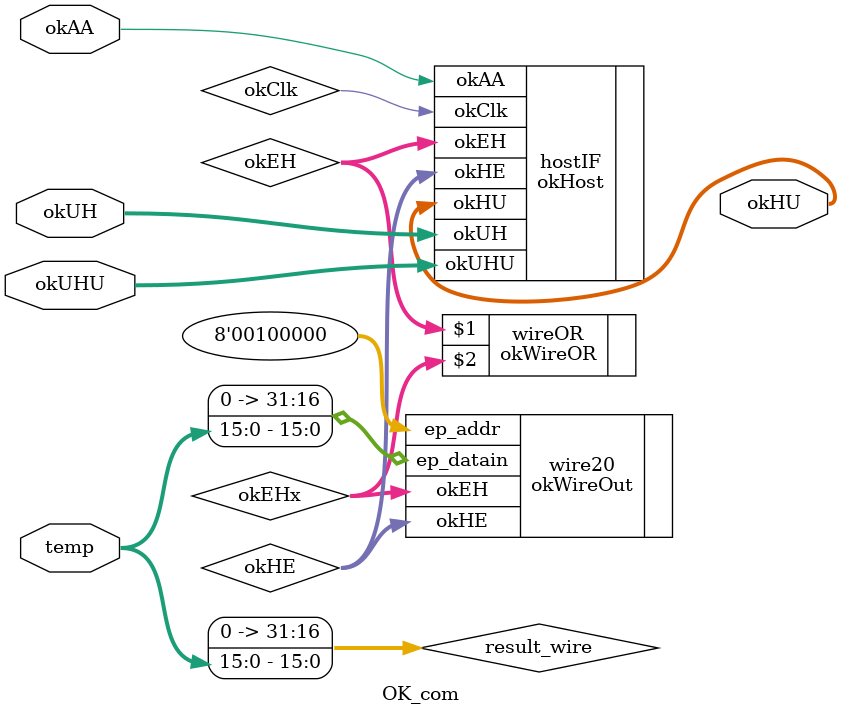
<source format=v>
`timescale 1ns / 1ps

module OK_com(
        input   wire    [4:0] okUH,
        output  wire    [2:0] okHU,
        inout   wire    [31:0] okUHU,
        inout   wire    okAA,
        // Your signals go here
        input wire [15:0] temp
    );
       
    wire okClk;            //These are FrontPanel wires needed to IO communication    
    wire [112:0]    okHE;  //These are FrontPanel wires needed to IO communication    
    wire [64:0]     okEH;  //These are FrontPanel wires needed to IO communication    
            
    //Declare your registers or wires to send or recieve data
    //wire [31:0] variable_1, variable_2;      //signals that are outputs from a module must be wires
    wire [31:0] result_wire;                 //signals that go into modules can be wires or registers
    //reg  [31:0] result_register;             //signals that go into modules can be wires or registers
    
    //This is the OK host that allows data to be sent or recived    
    okHost hostIF (
        .okUH(okUH),
        .okHU(okHU),
        .okUHU(okUHU),
        .okClk(okClk),
        .okAA(okAA),
        .okHE(okHE),
        .okEH(okEH)
    );
        
    //Depending on the number of outgoing endpoints, adjust endPt_count accordingly.
    //In this example, we have 2 output endpoints, hence endPt_count = 2.
    localparam  endPt_count = 1;
    wire [endPt_count*65-1:0] okEHx;  
    okWireOR # (.N(endPt_count)) wireOR (okEH, okEHx);
    
    assign result_wire = temp;    // Left-Side of 'assign' statement must be a 'wire'

    // result_wire is transmited to the PC via address 0x20   
    okWireOut wire20 (  .okHE(okHE), 
                        .okEH(okEHx[ 0*65 +: 65 ]),
                        .ep_addr(8'h20), 
                        .ep_datain(result_wire));
                        

endmodule


</source>
